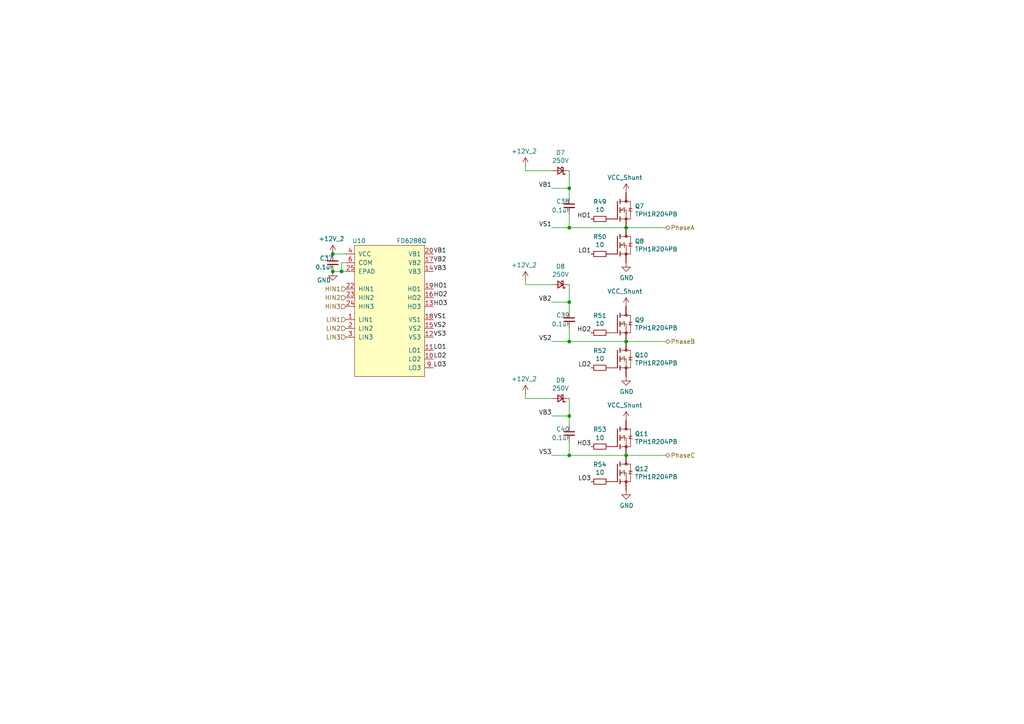
<source format=kicad_sch>
(kicad_sch (version 20250114) (generator "eeschema") (generator_version "9.0")
  (paper "A4")
  (lib_symbols
    (symbol "Device:C_Small" (pin_numbers (hide yes)) (pin_names (offset 0.254) (hide yes))
      (property "Reference" "C" (at 0.254 1.778 0))
      (property "Value" "C_Small" (at 0.254 -2.032 0))
      (symbol "C_Small_0_1"
        (polyline (pts (xy -1.524 0.508) (xy 1.524 0.508)) (stroke (width 0.3048)))
        (polyline (pts (xy -1.524 -0.508) (xy 1.524 -0.508)) (stroke (width 0.3302)))
      )
      (symbol "C_Small_1_1"
        (pin passive line (at 0 2.54 270) (length 2.032) (name "~") (number "1"))
        (pin passive line (at 0 -2.54 90) (length 2.032) (name "~") (number "2"))
      )
    )
    (symbol "Device:D_Schottky_Small" (pin_numbers (hide yes)) (pin_names (offset 0.254) (hide yes))
      (property "Reference" "D" (at -1.27 2.032 0))
      (property "Value" "D_Schottky_Small" (at -7.112 -2.032 0))
      (symbol "D_Schottky_Small_0_1"
        (polyline (pts (xy -1.27 0.762) (xy -1.27 1.016) (xy -0.762 1.016) (xy -0.762 -1.016) (xy -0.254 -1.016) (xy -0.254 -0.762)) (stroke (width 0.254)))
        (polyline (pts (xy -0.762 0) (xy 0.762 0)))
        (polyline (pts (xy 0.762 -1.016) (xy -0.762 0) (xy 0.762 1.016) (xy 0.762 -1.016)) (stroke (width 0.254)))
      )
      (symbol "D_Schottky_Small_1_1"
        (pin passive line (at -2.54 0 0) (length 1.778) (name "K") (number "1"))
        (pin passive line (at 2.54 0 180) (length 1.778) (name "A") (number "2"))
      )
    )
    (symbol "Device:R_Small" (pin_numbers (hide yes)) (pin_names (offset 0.254) (hide yes))
      (property "Reference" "R" (at 0 0 90))
      (property "Value" "R_Small" (at 1.778 0 90))
      (symbol "R_Small_0_1"
        (rectangle (start -0.762 1.778) (end 0.762 -1.778) (stroke (width 0.2032)))
      )
      (symbol "R_Small_1_1"
        (pin passive line (at 0 2.54 270) (length 0.762) (name "~") (number "1"))
        (pin passive line (at 0 -2.54 90) (length 0.762) (name "~") (number "2"))
      )
    )
    (symbol "Driver_FET:FD6288Q" (pin_names (offset 1.016))
      (property "Reference" "U" (at 1.27 -11.43 0))
      (property "Value" "Driver_FET_FD6288Q" (at 1.27 -13.335 0))
      (symbol "FD6288Q_0_1"
        (rectangle (start -8.89 -3.81) (end 11.43 -41.91) (stroke (width 0.127)) (fill (type background)))
      )
      (symbol "FD6288Q_1_1"
        (pin power_in line (at -11.43 -6.35 0) (length 2.54) (name "VCC") (number "4"))
        (pin power_in line (at -11.43 -8.89 0) (length 2.54) (name "COM") (number "6"))
        (pin power_in line (at -11.43 -11.43 0) (length 2.54) (name "EPAD") (number "25"))
        (pin bidirectional line (at -11.43 -16.51 0) (length 2.54) (name "HIN1") (number "22"))
        (pin bidirectional line (at -11.43 -19.05 0) (length 2.54) (name "HIN2") (number "23"))
        (pin bidirectional line (at -11.43 -21.59 0) (length 2.54) (name "HIN3") (number "24"))
        (pin bidirectional line (at -11.43 -25.4 0) (length 2.54) (name "LIN1") (number "1"))
        (pin bidirectional line (at -11.43 -27.94 0) (length 2.54) (name "LIN2") (number "2"))
        (pin bidirectional line (at -11.43 -30.48 0) (length 2.54) (name "LIN3") (number "3"))
        (pin bidirectional line (at 13.97 -6.35 180) (length 2.54) (name "VB1") (number "20"))
        (pin bidirectional line (at 13.97 -8.89 180) (length 2.54) (name "VB2") (number "17"))
        (pin bidirectional line (at 13.97 -11.43 180) (length 2.54) (name "VB3") (number "14"))
        (pin bidirectional line (at 13.97 -16.51 180) (length 2.54) (name "HO1") (number "19"))
        (pin bidirectional line (at 13.97 -19.05 180) (length 2.54) (name "HO2") (number "16"))
        (pin bidirectional line (at 13.97 -21.59 180) (length 2.54) (name "HO3") (number "13"))
        (pin bidirectional line (at 13.97 -25.4 180) (length 2.54) (name "VS1") (number "18"))
        (pin bidirectional line (at 13.97 -27.94 180) (length 2.54) (name "VS2") (number "15"))
        (pin bidirectional line (at 13.97 -30.48 180) (length 2.54) (name "VS3") (number "12"))
        (pin bidirectional line (at 13.97 -34.29 180) (length 2.54) (name "LO1") (number "11"))
        (pin bidirectional line (at 13.97 -36.83 180) (length 2.54) (name "LO2") (number "10"))
        (pin bidirectional line (at 13.97 -39.37 180) (length 2.54) (name "LO3") (number "9"))
      )
    )
    (symbol "JPW_Symbols:TPH1R204PB" (pin_numbers (hide yes)) (pin_names (offset 1.016) (hide yes))
      (property "Reference" "Q" (at -6.35 1.27 0))
      (property "Value" "JPW_Symbols_TPH1R204PB" (at -11.43 -7.62 0))
      (symbol "TPH1R204PB_0_0"
        (polyline (pts (xy -2.54 2.54) (xy -2.54 -2.54)) (stroke (width 0.254)))
        (polyline (pts (xy -1.778 3.175) (xy -1.778 2.54)) (stroke (width 0.254)))
        (polyline (pts (xy -1.778 2.54) (xy -1.778 1.905)) (stroke (width 0.254)))
        (polyline (pts (xy -1.778 2.54) (xy 1.27 2.54)) (stroke (width 0.1524)))
        (polyline (pts (xy -1.778 0.762) (xy -1.778 0)) (stroke (width 0.254)))
        (polyline (pts (xy -1.778 0) (xy -1.778 -0.762)) (stroke (width 0.254)))
        (polyline (pts (xy -1.778 0) (xy 0 0)) (stroke (width 0.1524)))
        (polyline (pts (xy -1.778 -1.905) (xy -1.778 -2.54)) (stroke (width 0.254)))
        (polyline (pts (xy -1.778 -2.54) (xy -1.778 -3.175)) (stroke (width 0.254)))
        (polyline (pts (xy -1.524 0) (xy -0.508 0.762) (xy -0.508 -0.762)) (stroke (width 0.1524)) (fill (type background)))
        (circle (center 0 2.54) (radius 0.3556))
        (polyline (pts (xy 0 0) (xy 0 -2.54)) (stroke (width 0.1524)))
        (polyline (pts (xy 0 -2.54) (xy -1.778 -2.54)) (stroke (width 0.1524)))
        (polyline (pts (xy 0 -2.54) (xy 1.27 -2.54)) (stroke (width 0.1524)))
        (circle (center 0 -2.54) (radius 0.3556))
        (polyline (pts (xy 1.27 2.54) (xy 1.27 0.508)) (stroke (width 0.1524)))
        (polyline (pts (xy 1.27 0.508) (xy 0.762 0.508)) (stroke (width 0.1524)))
        (polyline (pts (xy 1.27 0.508) (xy 1.27 -2.54)) (stroke (width 0.1524)))
        (polyline (pts (xy 1.27 0.508) (xy 0.762 -0.254) (xy 1.778 -0.254)) (stroke (width 0.1524)) (fill (type background)))
        (polyline (pts (xy 1.778 0.508) (xy 1.27 0.508)) (stroke (width 0.1524)))
        (pin passive line (at -5.08 -2.54 0) (length 2.54) (name "~") (number "4"))
        (pin passive line (at 0 5.08 270) (length 2.54) (name "~") (number "5"))
        (pin passive line (at 0 5.08 270) (length 2.54) (name "~") (number "6"))
        (pin passive line (at 0 5.08 270) (length 2.54) (name "~") (number "7"))
        (pin passive line (at 0 5.08 270) (length 2.54) (name "~") (number "8"))
        (pin passive line (at 0 5.08 270) (length 2.54) (name "~") (number "9"))
        (pin passive line (at 0 -5.08 90) (length 2.54) (name "~") (number "1"))
        (pin passive line (at 0 -5.08 90) (length 2.54) (name "~") (number "2"))
        (pin passive line (at 0 -5.08 90) (length 2.54) (name "~") (number "3"))
      )
    )
    (symbol "power:+12V_2" (power) (pin_names (offset 1.016))
      (property "Value" "power_+12V_2" (at 0 3.81 0))
      (symbol "+12V_2_1_1"
        (polyline (pts (xy -0.762 1.27) (xy 0 2.54)))
        (polyline (pts (xy 0 2.54) (xy 0.762 1.27)))
        (polyline (pts (xy 0 0) (xy 0 2.54)))
        (pin power_in line (at 0 0 90) (length 0) (hide yes) (name "+12V_2") (number "1"))
      )
    )
    (symbol "power:GND" (power) (pin_numbers (hide yes)) (pin_names (offset 0) (hide yes))
      (property "Value" "GND" (at 0 -3.81 0))
      (symbol "GND_0_1"
        (polyline (pts (xy 0 0) (xy 0 -1.27) (xy 1.27 -1.27) (xy 0 -2.54) (xy -1.27 -1.27) (xy 0 -1.27)))
      )
      (symbol "GND_1_1"
        (pin power_in line (at 0 0 270) (length 0) (name "~") (number "1"))
      )
    )
    (symbol "power:VCC_Shunt" (power) (pin_names (offset 1.016))
      (property "Value" "power_VCC_Shunt" (at 5.08 5.08 0))
      (symbol "VCC_Shunt_1_1"
        (polyline (pts (xy -0.762 1.27) (xy 0 2.54)))
        (polyline (pts (xy 0 2.54) (xy 0.762 1.27)))
        (polyline (pts (xy 0 0) (xy 0 2.54)))
        (pin power_in line (at 0 0 90) (length 0) (hide yes) (name "VCC_Shunt") (number "1"))
      )
    )
  )
  (junction (at 165.1 87.63))
  (junction (at 181.61 66.04))
  (junction (at 99.06 78.74))
  (junction (at 165.1 54.61))
  (junction (at 165.1 66.04))
  (junction (at 181.61 132.08))
  (junction (at 181.61 99.06))
  (junction (at 96.52 78.74))
  (junction (at 165.1 132.08))
  (junction (at 165.1 120.65))
  (junction (at 96.52 73.66))
  (junction (at 165.1 99.06))
  (wire (pts (xy 165.1 99.06) (xy 181.61 99.06)))
  (wire (pts (xy 99.06 76.2) (xy 100.33 76.2)))
  (wire (pts (xy 160.02 99.06) (xy 165.1 99.06)))
  (wire (pts (xy 152.4 115.57) (xy 160.02 115.57)))
  (wire (pts (xy 165.1 128.27) (xy 165.1 132.08)))
  (wire (pts (xy 99.06 78.74) (xy 99.06 76.2)))
  (wire (pts (xy 152.4 49.53) (xy 160.02 49.53)))
  (wire (pts (xy 152.4 82.55) (xy 152.4 81.28)))
  (wire (pts (xy 165.1 87.63) (xy 165.1 90.17)))
  (wire (pts (xy 165.1 54.61) (xy 165.1 57.15)))
  (wire (pts (xy 160.02 132.08) (xy 165.1 132.08)))
  (wire (pts (xy 165.1 82.55) (xy 165.1 87.63)))
  (wire (pts (xy 165.1 115.57) (xy 165.1 120.65)))
  (wire (pts (xy 181.61 99.06) (xy 193.04 99.06)))
  (wire (pts (xy 165.1 62.23) (xy 165.1 66.04)))
  (wire (pts (xy 99.06 78.74) (xy 96.52 78.74)))
  (wire (pts (xy 100.33 78.74) (xy 99.06 78.74)))
  (wire (pts (xy 152.4 82.55) (xy 160.02 82.55)))
  (wire (pts (xy 160.02 54.61) (xy 165.1 54.61)))
  (wire (pts (xy 165.1 95.25) (xy 165.1 99.06)))
  (wire (pts (xy 152.4 49.53) (xy 152.4 48.26)))
  (wire (pts (xy 165.1 49.53) (xy 165.1 54.61)))
  (wire (pts (xy 96.52 73.66) (xy 100.33 73.66)))
  (wire (pts (xy 181.61 66.04) (xy 193.04 66.04)))
  (wire (pts (xy 181.61 132.08) (xy 193.04 132.08)))
  (wire (pts (xy 165.1 120.65) (xy 165.1 123.19)))
  (wire (pts (xy 160.02 66.04) (xy 165.1 66.04)))
  (wire (pts (xy 160.02 87.63) (xy 165.1 87.63)))
  (wire (pts (xy 165.1 132.08) (xy 181.61 132.08)))
  (wire (pts (xy 165.1 66.04) (xy 181.61 66.04)))
  (wire (pts (xy 160.02 120.65) (xy 165.1 120.65)))
  (wire (pts (xy 152.4 115.57) (xy 152.4 114.3)))
  (label "HO1" (at 125.73 83.82 0))
  (label "VS1" (at 160.02 66.04 180))
  (label "VB3" (at 160.02 120.65 180))
  (label "VS2" (at 160.02 99.06 180))
  (label "HO2" (at 171.45 96.52 180))
  (label "VS2" (at 125.73 95.25 0))
  (label "VB1" (at 125.73 73.66 0))
  (label "VS3" (at 160.02 132.08 180))
  (label "LO2" (at 125.73 104.14 0))
  (label "HO3" (at 171.45 129.54 180))
  (label "VS3" (at 125.73 97.79 0))
  (label "VB2" (at 160.02 87.63 180))
  (label "HO3" (at 125.73 88.9 0))
  (label "LO3" (at 171.45 139.7 180))
  (label "LO1" (at 171.45 73.66 180))
  (label "LO1" (at 125.73 101.6 0))
  (label "VB1" (at 160.02 54.61 180))
  (label "VB2" (at 125.73 76.2 0))
  (label "HO2" (at 125.73 86.36 0))
  (label "VB3" (at 125.73 78.74 0))
  (label "VS1" (at 125.73 92.71 0))
  (label "HO1" (at 171.45 63.5 180))
  (label "LO2" (at 171.45 106.68 180))
  (label "LO3" (at 125.73 106.68 0))
  (hierarchical_label "LIN3" (shape input) (at 100.33 97.79 180))
  (hierarchical_label "LIN2" (shape input) (at 100.33 95.25 180))
  (hierarchical_label "PhaseC" (shape bidirectional) (at 193.04 132.08 0))
  (hierarchical_label "HIN1" (shape input) (at 100.33 83.82 180))
  (hierarchical_label "HIN3" (shape input) (at 100.33 88.9 180))
  (hierarchical_label "LIN1" (shape input) (at 100.33 92.71 180))
  (hierarchical_label "PhaseB" (shape bidirectional) (at 193.04 99.06 0))
  (hierarchical_label "PhaseA" (shape bidirectional) (at 193.04 66.04 0))
  (hierarchical_label "HIN2" (shape input) (at 100.33 86.36 180))
  (symbol (lib_id "Driver_FET:FD6288Q") (at 111.76 67.31 0) (unit 1)
    (property "Reference" "U8" (at 104.14 69.85 0))
    (property "Value" "FD6288Q" (at 119.38 69.85 0))
    (property "Footprint" "Package_DFN_QFN:QFN-24-1EP_4x4mm_P0.5mm_EP2.7x2.7mm" (effects (hide yes)))
    (instances (project "" (path "" (reference "U10") (unit 1)) (path "" (reference "U8") (unit 1)) (path "" (reference "U1") (unit 1))))
  )
  (symbol (lib_id "power:VCC_Shunt") (at 181.61 88.9 0) (unit 1)
    (property "Reference" "#PWR07" (effects (hide yes)))
    (property "Value" "VCC_Shunt" (at 181.229 84.5058 0))
    (instances (project "" (path "" (reference "#PWR0201") (unit 1)) (path "" (reference "#PWR07") (unit 1)) (path "" (reference "#PWR0118") (unit 1))))
  )
  (symbol (lib_id "Device:D_Schottky_Small") (at 162.56 115.57 180) (unit 1)
    (property "Reference" "D6" (at 162.56 110.3122 0))
    (property "Value" "250V" (at 162.56 112.6236 0))
    (property "Footprint" "Diode_SMD:D_SOD-523" (effects (hide yes)))
    (instances (project "" (path "" (reference "D9") (unit 1)) (path "" (reference "D6") (unit 1)) (path "" (reference "D4") (unit 1))))
  )
  (symbol (lib_id "Device:R_Small") (at 173.99 73.66 270) (unit 1)
    (property "Reference" "R33" (at 173.99 68.6816 90))
    (property "Value" "10" (at 173.99 70.993 90))
    (property "Footprint" "Resistor_SMD:R_0402_1005Metric" (effects (hide yes)))
    (instances (project "" (path "" (reference "R50") (unit 1)) (path "" (reference "R33") (unit 1)) (path "" (reference "R8") (unit 1))))
  )
  (symbol (lib_id "Device:R_Small") (at 173.99 63.5 270) (unit 1)
    (property "Reference" "R32" (at 173.99 58.5216 90))
    (property "Value" "10" (at 173.99 60.833 90))
    (property "Footprint" "Resistor_SMD:R_0402_1005Metric" (effects (hide yes)))
    (instances (project "" (path "" (reference "R49") (unit 1)) (path "" (reference "R32") (unit 1)) (path "" (reference "R7") (unit 1))))
  )
  (symbol (lib_id "power:GND") (at 181.61 109.22 0) (unit 1)
    (property "Reference" "#PWR08" (effects (hide yes)))
    (property "Value" "GND" (at 181.737 113.6142 0))
    (instances (project "" (path "" (reference "#PWR0194") (unit 1)) (path "" (reference "#PWR08") (unit 1)) (path "" (reference "#PWR0111") (unit 1))))
  )
  (symbol (lib_id "Device:R_Small") (at 173.99 106.68 270) (unit 1)
    (property "Reference" "R35" (at 173.99 101.7016 90))
    (property "Value" "10" (at 173.99 104.013 90))
    (property "Footprint" "Resistor_SMD:R_0402_1005Metric" (effects (hide yes)))
    (instances (project "" (path "" (reference "R52") (unit 1)) (path "" (reference "R35") (unit 1)) (path "" (reference "R10") (unit 1))))
  )
  (symbol (lib_id "Device:R_Small") (at 173.99 96.52 270) (unit 1)
    (property "Reference" "R34" (at 173.99 91.5416 90))
    (property "Value" "10" (at 173.99 93.853 90))
    (property "Footprint" "Resistor_SMD:R_0402_1005Metric" (effects (hide yes)))
    (instances (project "" (path "" (reference "R51") (unit 1)) (path "" (reference "R34") (unit 1)) (path "" (reference "R9") (unit 1))))
  )
  (symbol (lib_id "power:GND") (at 96.52 78.74 0) (unit 1)
    (property "Reference" "#PWR04" (effects (hide yes)))
    (property "Value" "GND" (at 93.98 81.28 0))
    (instances (project "" (path "" (reference "#PWR0192") (unit 1)) (path "" (reference "#PWR04") (unit 1)) (path "" (reference "#PWR0109") (unit 1))))
  )
  (symbol (lib_id "Device:C_Small") (at 96.52 76.2 0) (unit 1)
    (property "Reference" "C28" (at 92.71 74.93 0) (effects (justify left)))
    (property "Value" "0.1uF" (at 91.44 77.47 0) (effects (justify left)))
    (property "Footprint" "Capacitor_SMD:C_0402_1005Metric" (effects (hide yes)))
    (instances (project "" (path "" (reference "C37") (unit 1)) (path "" (reference "C28") (unit 1)) (path "" (reference "C1") (unit 1))))
  )
  (symbol (lib_id "Device:D_Schottky_Small") (at 162.56 82.55 180) (unit 1)
    (property "Reference" "D5" (at 162.56 77.2922 0))
    (property "Value" "250V" (at 162.56 79.6036 0))
    (property "Footprint" "Diode_SMD:D_SOD-523" (effects (hide yes)))
    (instances (project "" (path "" (reference "D8") (unit 1)) (path "" (reference "D5") (unit 1)) (path "" (reference "D3") (unit 1))))
  )
  (symbol (lib_id "Device:C_Small") (at 165.1 92.71 0) (unit 1)
    (property "Reference" "C30" (at 161.29 91.44 0) (effects (justify left)))
    (property "Value" "0.1uF" (at 160.02 93.98 0) (effects (justify left)))
    (property "Footprint" "Capacitor_SMD:C_0603_1608Metric" (effects (hide yes)))
    (instances (project "" (path "" (reference "C39") (unit 1)) (path "" (reference "C30") (unit 1)) (path "" (reference "C3") (unit 1))))
  )
  (symbol (lib_id "Device:C_Small") (at 165.1 59.69 0) (unit 1)
    (property "Reference" "C29" (at 161.29 58.42 0) (effects (justify left)))
    (property "Value" "0.1uF" (at 160.02 60.96 0) (effects (justify left)))
    (property "Footprint" "Capacitor_SMD:C_0603_1608Metric" (effects (hide yes)))
    (instances (project "" (path "" (reference "C38") (unit 1)) (path "" (reference "C29") (unit 1)) (path "" (reference "C2") (unit 1))))
  )
  (symbol (lib_id "power:GND") (at 181.61 142.24 0) (unit 1)
    (property "Reference" "#PWR011" (effects (hide yes)))
    (property "Value" "GND" (at 181.737 146.6342 0))
    (instances (project "" (path "" (reference "#PWR0195") (unit 1)) (path "" (reference "#PWR011") (unit 1)) (path "" (reference "#PWR0112") (unit 1))))
  )
  (symbol (lib_id "Device:R_Small") (at 173.99 139.7 270) (unit 1)
    (property "Reference" "R37" (at 173.99 134.7216 90))
    (property "Value" "10" (at 173.99 137.033 90))
    (property "Footprint" "Resistor_SMD:R_0402_1005Metric" (effects (hide yes)))
    (instances (project "" (path "" (reference "R54") (unit 1)) (path "" (reference "R37") (unit 1)) (path "" (reference "R12") (unit 1))))
  )
  (symbol (lib_id "power:GND") (at 181.61 76.2 0) (unit 1)
    (property "Reference" "#PWR05" (effects (hide yes)))
    (property "Value" "GND" (at 181.737 80.5942 0))
    (instances (project "" (path "" (reference "#PWR0193") (unit 1)) (path "" (reference "#PWR05") (unit 1)) (path "" (reference "#PWR0110") (unit 1))))
  )
  (symbol (lib_id "Device:D_Schottky_Small") (at 162.56 49.53 180) (unit 1)
    (property "Reference" "D1" (at 162.56 44.2722 0))
    (property "Value" "250V" (at 162.56 46.5836 0))
    (property "Footprint" "Diode_SMD:D_SOD-523" (effects (hide yes)))
    (instances (project "" (path "" (reference "D7") (unit 1)) (path "" (reference "D1") (unit 1)) (path "" (reference "D2") (unit 1))))
  )
  (symbol (lib_id "Device:C_Small") (at 165.1 125.73 0) (unit 1)
    (property "Reference" "C31" (at 161.29 124.46 0) (effects (justify left)))
    (property "Value" "0.1uF" (at 160.02 127 0) (effects (justify left)))
    (property "Footprint" "Capacitor_SMD:C_0603_1608Metric" (effects (hide yes)))
    (instances (project "" (path "" (reference "C40") (unit 1)) (path "" (reference "C31") (unit 1)) (path "" (reference "C6") (unit 1))))
  )
  (symbol (lib_id "Device:R_Small") (at 173.99 129.54 270) (unit 1)
    (property "Reference" "R36" (at 173.99 124.5616 90))
    (property "Value" "10" (at 173.99 127 90))
    (property "Footprint" "Resistor_SMD:R_0402_1005Metric" (effects (hide yes)))
    (instances (project "" (path "" (reference "R53") (unit 1)) (path "" (reference "R36") (unit 1)) (path "" (reference "R11") (unit 1))))
  )
  (symbol (lib_id "power:VCC_Shunt") (at 181.61 55.88 0) (unit 1)
    (property "Reference" "#PWR03" (effects (hide yes)))
    (property "Value" "VCC_Shunt" (at 181.229 51.4858 0))
    (instances (project "" (path "" (reference "#PWR0200") (unit 1)) (path "" (reference "#PWR03") (unit 1)) (path "" (reference "#PWR0117") (unit 1))))
  )
  (symbol (lib_id "power:VCC_Shunt") (at 181.61 121.92 0) (unit 1)
    (property "Reference" "#PWR010" (effects (hide yes)))
    (property "Value" "VCC_Shunt" (at 181.229 117.5258 0))
    (instances (project "" (path "" (reference "#PWR0202") (unit 1)) (path "" (reference "#PWR010") (unit 1)) (path "" (reference "#PWR0119") (unit 1))))
  )
  (symbol (lib_id "JPW_Symbols:TPH1R204PB") (at 181.61 137.16 0) (unit 1)
    (property "Reference" "Q12" (at 184.0992 135.9916 0) (effects (justify left)))
    (property "Value" "TPH1R204PB" (at 184.0992 138.303 0) (effects (justify left)))
    (property "Footprint" "Footprints:TPH1R204PB" (effects (hide yes)))
    (property "MANUFACTURER" "TOSHIBA" (effects (hide yes)))
    (property "PARTREV" "3" (effects (hide yes)))
    (instances (project "" (path "" (reference "Q12") (unit 1)) (path "" (reference "Q6") (unit 1))))
  )
  (symbol (lib_id "JPW_Symbols:TPH1R204PB") (at 181.61 127 0) (unit 1)
    (property "Reference" "Q11" (at 184.0992 125.8316 0) (effects (justify left)))
    (property "Value" "TPH1R204PB" (at 184.0992 128.143 0) (effects (justify left)))
    (property "Footprint" "Footprints:TPH1R204PB" (effects (hide yes)))
    (property "MANUFACTURER" "TOSHIBA" (effects (hide yes)))
    (property "PARTREV" "3" (effects (hide yes)))
    (instances (project "" (path "" (reference "Q11") (unit 1)) (path "" (reference "Q5") (unit 1))))
  )
  (symbol (lib_id "JPW_Symbols:TPH1R204PB") (at 181.61 104.14 0) (unit 1)
    (property "Reference" "Q10" (at 184.0992 102.9716 0) (effects (justify left)))
    (property "Value" "TPH1R204PB" (at 184.0992 105.283 0) (effects (justify left)))
    (property "Footprint" "Footprints:TPH1R204PB" (effects (hide yes)))
    (property "MANUFACTURER" "TOSHIBA" (effects (hide yes)))
    (property "PARTREV" "3" (effects (hide yes)))
    (instances (project "" (path "" (reference "Q10") (unit 1)) (path "" (reference "Q4") (unit 1))))
  )
  (symbol (lib_id "JPW_Symbols:TPH1R204PB") (at 181.61 93.98 0) (unit 1)
    (property "Reference" "Q9" (at 184.0992 92.8116 0) (effects (justify left)))
    (property "Value" "TPH1R204PB" (at 184.0992 95.123 0) (effects (justify left)))
    (property "Footprint" "Footprints:TPH1R204PB" (effects (hide yes)))
    (property "MANUFACTURER" "TOSHIBA" (effects (hide yes)))
    (property "PARTREV" "3" (effects (hide yes)))
    (instances (project "" (path "" (reference "Q9") (unit 1)) (path "" (reference "Q3") (unit 1))))
  )
  (symbol (lib_id "JPW_Symbols:TPH1R204PB") (at 181.61 71.12 0) (unit 1)
    (property "Reference" "Q8" (at 184.0992 69.9516 0) (effects (justify left)))
    (property "Value" "TPH1R204PB" (at 184.0992 72.263 0) (effects (justify left)))
    (property "Footprint" "Footprints:TPH1R204PB" (effects (hide yes)))
    (property "MANUFACTURER" "TOSHIBA" (effects (hide yes)))
    (property "PARTREV" "3" (effects (hide yes)))
    (instances (project "" (path "" (reference "Q8") (unit 1)) (path "" (reference "Q2") (unit 1))))
  )
  (symbol (lib_id "JPW_Symbols:TPH1R204PB") (at 181.61 60.96 0) (unit 1)
    (property "Reference" "Q7" (at 184.0992 59.7916 0) (effects (justify left)))
    (property "Value" "TPH1R204PB" (at 184.0992 62.103 0) (effects (justify left)))
    (property "Footprint" "Footprints:TPH1R204PB" (effects (hide yes)))
    (property "MANUFACTURER" "TOSHIBA" (effects (hide yes)))
    (property "PARTREV" "3" (effects (hide yes)))
    (instances (project "" (path "" (reference "Q7") (unit 1)) (path "" (reference "Q1") (unit 1))))
  )
  (symbol (lib_id "power:+12V_2") (at 96.52 73.66 0) (unit 1)
    (property "Reference" "#PWR02" (effects (hide yes)))
    (property "Value" "+12V_2" (at 96.139 69.2658 0))
    (instances (project "" (path "" (reference "#PWR02") (unit 1)) (path "" (reference "#PWR0125") (unit 1))))
  )
  (symbol (lib_id "power:+12V_2") (at 152.4 48.26 0) (unit 1)
    (property "Reference" "#PWR01" (effects (hide yes)))
    (property "Value" "+12V_2" (at 152.019 43.8658 0))
    (instances (project "" (path "" (reference "#PWR01") (unit 1)) (path "" (reference "#PWR0126") (unit 1))))
  )
  (symbol (lib_id "power:+12V_2") (at 152.4 81.28 0) (unit 1)
    (property "Reference" "#PWR06" (effects (hide yes)))
    (property "Value" "+12V_2" (at 152.019 76.8858 0))
    (instances (project "" (path "" (reference "#PWR06") (unit 1)) (path "" (reference "#PWR0127") (unit 1))))
  )
  (symbol (lib_id "power:+12V_2") (at 152.4 114.3 0) (unit 1)
    (property "Reference" "#PWR09" (effects (hide yes)))
    (property "Value" "+12V_2" (at 152.019 109.9058 0))
    (instances (project "" (path "" (reference "#PWR09") (unit 1)) (path "" (reference "#PWR0150") (unit 1))))
  )
)
</source>
